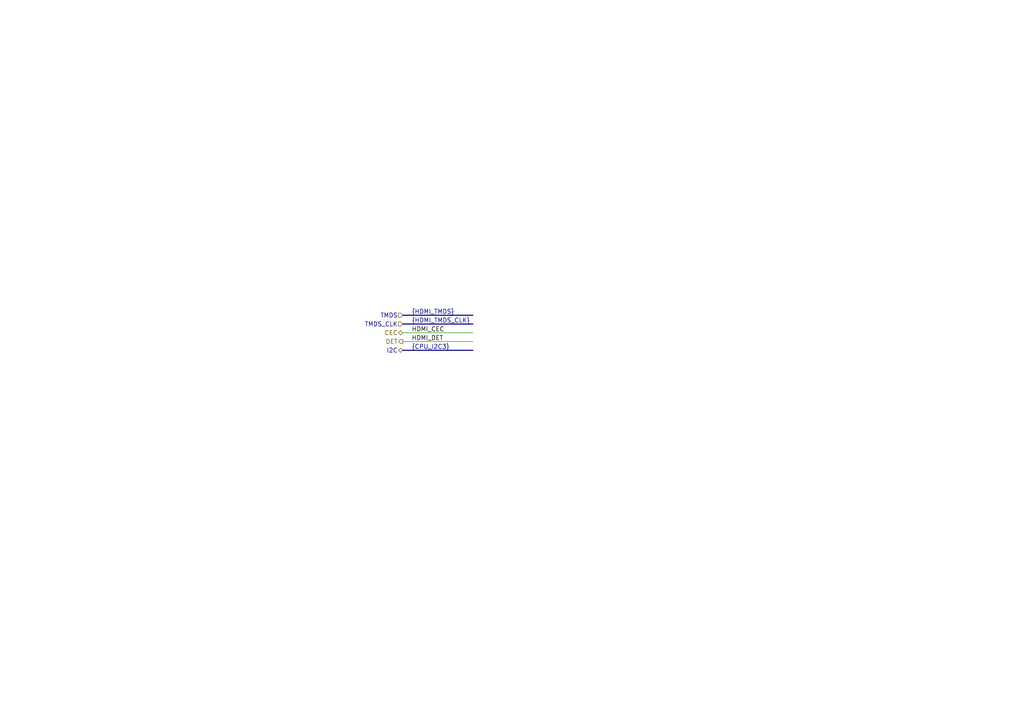
<source format=kicad_sch>
(kicad_sch
	(version 20250114)
	(generator "eeschema")
	(generator_version "9.0")
	(uuid "12b195ee-584c-43d6-a3e8-c1df57fcd7a6")
	(paper "A4")
	(title_block
		(date "2026-01-14")
		(rev "1.0.0")
		(company "TickLab")
		(comment 1 "VESA-SBC3399")
	)
	(lib_symbols)
	(bus_alias "CPU_I2C3"
		(members "CPU_I2C3_SDA" "CPU_I2C3_SCL")
	)
	(bus_alias "HDMI_TMDS"
		(members "HDMI_TMDS0+" "HDMI_TMDS0-" "HDMI_TMDS1+" "HDMI_TMDS1-" "HDMI_TMDS2+"
			"HDMI_TMDS2-"
		)
	)
	(bus_alias "HDMI_TMDS_CLK"
		(members "HDMI_TMDS_CLK+" "HDMI_TMDS_CLK-")
	)
	(bus
		(pts
			(xy 116.84 93.98) (xy 137.16 93.98)
		)
		(stroke
			(width 0)
			(type default)
		)
		(uuid "9638f778-f649-4410-bd70-cbb6b227ec71")
	)
	(wire
		(pts
			(xy 116.84 99.06) (xy 137.16 99.06)
		)
		(stroke
			(width 0)
			(type default)
		)
		(uuid "cd9a2e3a-3b6b-43d5-b3ba-6fad70e3c93e")
	)
	(bus
		(pts
			(xy 116.84 91.44) (xy 137.16 91.44)
		)
		(stroke
			(width 0)
			(type default)
		)
		(uuid "de710f1e-f71c-4a41-86ed-0fcfb9662254")
	)
	(wire
		(pts
			(xy 116.84 96.52) (xy 137.16 96.52)
		)
		(stroke
			(width 0)
			(type default)
		)
		(uuid "f3cba1fb-b963-4010-a16e-c61774560cf7")
	)
	(bus
		(pts
			(xy 116.84 101.6) (xy 137.16 101.6)
		)
		(stroke
			(width 0)
			(type default)
		)
		(uuid "fb08ced3-525a-4df1-ac05-9b0ac822577a")
	)
	(label "HDMI_DET"
		(at 119.38 99.06 0)
		(effects
			(font
				(size 1.27 1.27)
			)
			(justify left bottom)
		)
		(uuid "0db383d6-ffd6-43e8-b096-c710c7c69cc2")
	)
	(label "{HDMI_TMDS_CLK}"
		(at 119.38 93.98 0)
		(effects
			(font
				(size 1.27 1.27)
			)
			(justify left bottom)
		)
		(uuid "2115675a-8678-4ef8-84e4-3155d4400b6a")
	)
	(label "HDMI_CEC"
		(at 119.38 96.52 0)
		(effects
			(font
				(size 1.27 1.27)
			)
			(justify left bottom)
		)
		(uuid "34523f61-0880-4351-bb8b-c1f55bbc0271")
	)
	(label "{HDMI_TMDS}"
		(at 119.38 91.44 0)
		(effects
			(font
				(size 1.27 1.27)
			)
			(justify left bottom)
		)
		(uuid "43c7b6d6-cdfe-474f-b571-83e4166c0890")
	)
	(label "{CPU_I2C3}"
		(at 119.38 101.6 0)
		(effects
			(font
				(size 1.27 1.27)
			)
			(justify left bottom)
		)
		(uuid "c0424209-d915-4842-9102-a92101601669")
	)
	(hierarchical_label "TMDS"
		(shape input)
		(at 116.84 91.44 180)
		(effects
			(font
				(size 1.27 1.27)
			)
			(justify right)
		)
		(uuid "48e0e2b5-90b5-4e5f-ad26-cec4fd8a71a0")
	)
	(hierarchical_label "CEC"
		(shape bidirectional)
		(at 116.84 96.52 180)
		(effects
			(font
				(size 1.27 1.27)
			)
			(justify right)
		)
		(uuid "50bce773-88b2-4274-9975-c7a8c49824fa")
	)
	(hierarchical_label "TMDS_CLK"
		(shape input)
		(at 116.84 93.98 180)
		(effects
			(font
				(size 1.27 1.27)
			)
			(justify right)
		)
		(uuid "63fa2840-ce72-41f9-93e1-b4fadaa35d1b")
	)
	(hierarchical_label "DET"
		(shape output)
		(at 116.84 99.06 180)
		(effects
			(font
				(size 1.27 1.27)
			)
			(justify right)
		)
		(uuid "9688397b-202e-4af6-8dc2-0b8d71bd85d4")
	)
	(hierarchical_label "I2C"
		(shape bidirectional)
		(at 116.84 101.6 180)
		(effects
			(font
				(size 1.27 1.27)
			)
			(justify right)
		)
		(uuid "a0022e1b-1b3f-452e-8844-f6645f3d8810")
	)
)

</source>
